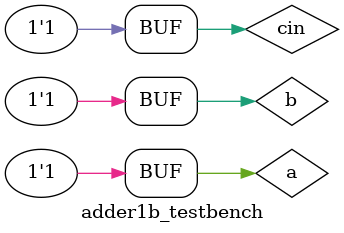
<source format=v>
`define DELAY 20
module adder1b_testbench();
reg a, b, cin;
wire s, cout;

adder1b adder(s, cout, a, b, cin);

initial begin
a = 1'b0; b = 1'b0; cin = 1'b0;
#`DELAY;
a = 1'b0; b = 1'b0; cin = 1'b1;
#`DELAY;
a = 1'b0; b = 1'b1; cin = 1'b0;
#`DELAY;
a = 1'b0; b = 1'b1; cin = 1'b1;
#`DELAY;
a = 1'b1; b = 1'b0; cin = 1'b0;
#`DELAY;
a = 1'b1; b = 1'b0; cin = 1'b1;
#`DELAY;
a = 1'b1; b = 1'b1; cin = 1'b0;
#`DELAY;
a = 1'b1; b = 1'b1; cin = 1'b1;
end
 
 
initial
begin
$monitor("time = %2d, a =%1b, b=%1b, cin=%1b, s=%1b, cout=%1b", $time, a, b, cin, s, cout);
end
 
endmodule

</source>
